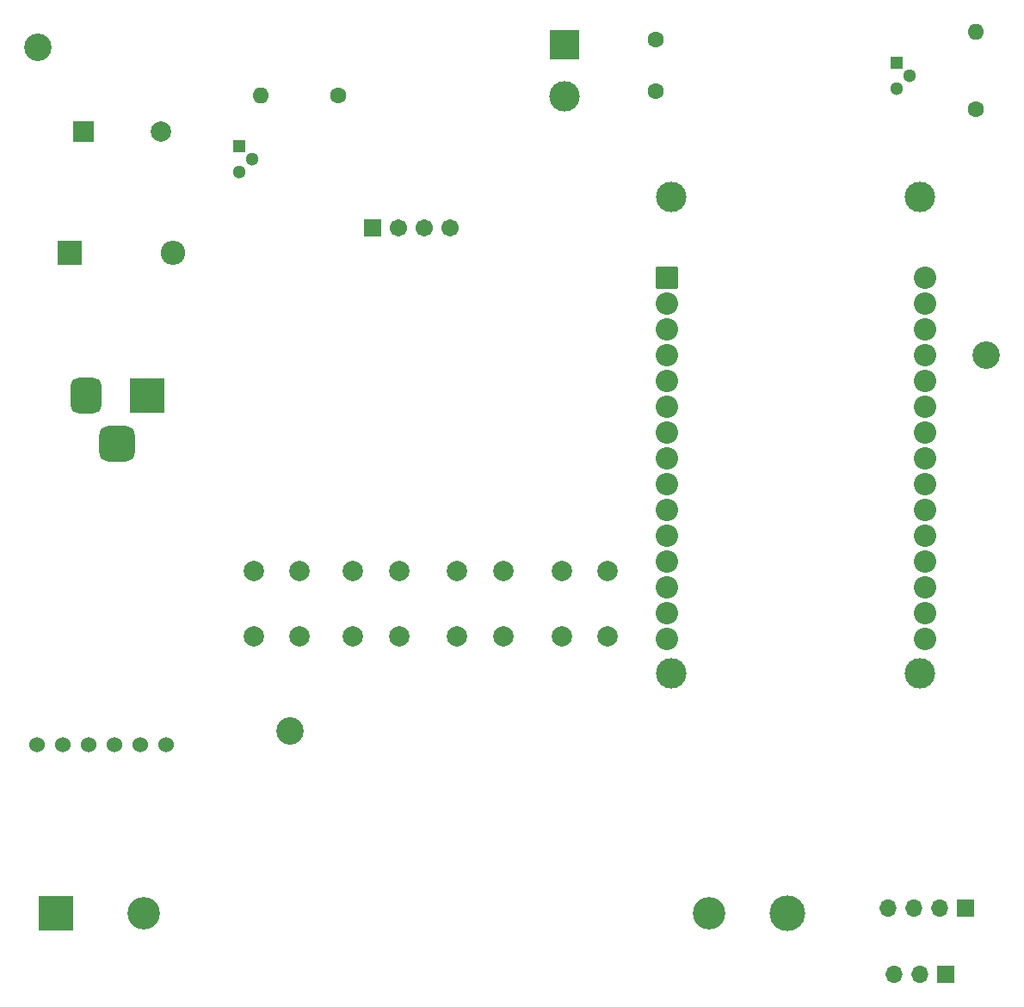
<source format=gbr>
%TF.GenerationSoftware,KiCad,Pcbnew,8.0.4*%
%TF.CreationDate,2024-09-09T12:33:27-05:00*%
%TF.ProjectId,Sistema de riego,53697374-656d-4612-9064-652072696567,rev?*%
%TF.SameCoordinates,Original*%
%TF.FileFunction,Soldermask,Top*%
%TF.FilePolarity,Negative*%
%FSLAX46Y46*%
G04 Gerber Fmt 4.6, Leading zero omitted, Abs format (unit mm)*
G04 Created by KiCad (PCBNEW 8.0.4) date 2024-09-09 12:33:27*
%MOMM*%
%LPD*%
G01*
G04 APERTURE LIST*
G04 Aperture macros list*
%AMRoundRect*
0 Rectangle with rounded corners*
0 $1 Rounding radius*
0 $2 $3 $4 $5 $6 $7 $8 $9 X,Y pos of 4 corners*
0 Add a 4 corners polygon primitive as box body*
4,1,4,$2,$3,$4,$5,$6,$7,$8,$9,$2,$3,0*
0 Add four circle primitives for the rounded corners*
1,1,$1+$1,$2,$3*
1,1,$1+$1,$4,$5*
1,1,$1+$1,$6,$7*
1,1,$1+$1,$8,$9*
0 Add four rect primitives between the rounded corners*
20,1,$1+$1,$2,$3,$4,$5,0*
20,1,$1+$1,$4,$5,$6,$7,0*
20,1,$1+$1,$6,$7,$8,$9,0*
20,1,$1+$1,$8,$9,$2,$3,0*%
G04 Aperture macros list end*
%ADD10R,2.000000X2.000000*%
%ADD11C,2.000000*%
%ADD12C,3.200000*%
%ADD13R,3.500000X3.500000*%
%ADD14C,3.500000*%
%ADD15R,1.300000X1.300000*%
%ADD16C,1.300000*%
%ADD17R,3.000000X3.000000*%
%ADD18C,3.000000*%
%ADD19R,1.700000X1.700000*%
%ADD20O,1.700000X1.700000*%
%ADD21RoundRect,0.750000X-0.750000X-1.000000X0.750000X-1.000000X0.750000X1.000000X-0.750000X1.000000X0*%
%ADD22RoundRect,0.875000X-0.875000X-0.875000X0.875000X-0.875000X0.875000X0.875000X-0.875000X0.875000X0*%
%ADD23C,1.600000*%
%ADD24O,1.600000X1.600000*%
%ADD25C,1.524000*%
%ADD26C,2.700000*%
%ADD27RoundRect,0.102000X-1.000000X-1.000000X1.000000X-1.000000X1.000000X1.000000X-1.000000X1.000000X0*%
%ADD28C,2.204000*%
%ADD29RoundRect,0.102000X-0.754000X-0.754000X0.754000X-0.754000X0.754000X0.754000X-0.754000X0.754000X0*%
%ADD30C,1.712000*%
%ADD31R,2.400000X2.400000*%
%ADD32O,2.400000X2.400000*%
G04 APERTURE END LIST*
D10*
%TO.C,BZ1*%
X38200000Y-99000000D03*
D11*
X45800000Y-99000000D03*
%TD*%
%TO.C,SW4*%
X59500000Y-142250000D03*
X59500000Y-148750000D03*
X55000000Y-142250000D03*
X55000000Y-148750000D03*
%TD*%
D12*
%TO.C,BT2*%
X44145000Y-176000000D03*
X99755000Y-176000000D03*
D13*
X35500000Y-176000000D03*
D14*
X107500000Y-176000000D03*
%TD*%
D15*
%TO.C,Q1*%
X53500000Y-100500000D03*
D16*
X54770000Y-101770000D03*
X53500000Y-103040000D03*
%TD*%
D17*
%TO.C,J4*%
X85500000Y-90460000D03*
D18*
X85500000Y-95540000D03*
%TD*%
D19*
%TO.C,J1*%
X125000000Y-175500000D03*
D20*
X122460000Y-175500000D03*
X119920000Y-175500000D03*
X117380000Y-175500000D03*
%TD*%
D13*
%TO.C,J2*%
X44500000Y-125042500D03*
D21*
X38500000Y-125042500D03*
D22*
X41500000Y-129742500D03*
%TD*%
D23*
%TO.C,R1*%
X126000000Y-96810000D03*
D24*
X126000000Y-89190000D03*
%TD*%
D25*
%TO.C,U4*%
X33650000Y-159430000D03*
X36190000Y-159430000D03*
X38730000Y-159430000D03*
X41270000Y-159430000D03*
X43810000Y-159430000D03*
X46350000Y-159430000D03*
%TD*%
D26*
%TO.C,REF\u002A\u002A*%
X127000000Y-121000000D03*
%TD*%
D15*
%TO.C,Q2*%
X118230000Y-92230000D03*
D16*
X119500000Y-93500000D03*
X118230000Y-94770000D03*
%TD*%
D18*
%TO.C,U2*%
X96020000Y-105420000D03*
X96020000Y-152370000D03*
X120530000Y-105420000D03*
X120530000Y-152370000D03*
D27*
X95600000Y-113380000D03*
D28*
X95600000Y-115920000D03*
X95600000Y-118460000D03*
X95600000Y-121000000D03*
X95600000Y-123540000D03*
X95600000Y-126080000D03*
X95600000Y-128620000D03*
X95600000Y-131160000D03*
X95600000Y-133700000D03*
X95600000Y-136240000D03*
X95600000Y-138780000D03*
X95600000Y-141320000D03*
X95600000Y-143860000D03*
X95600000Y-146400000D03*
X95600000Y-148940000D03*
X121000000Y-148940000D03*
X121000000Y-146400000D03*
X121000000Y-143860000D03*
X121000000Y-141320000D03*
X121000000Y-138780000D03*
X121000000Y-136240000D03*
X121000000Y-133700000D03*
X121000000Y-131160000D03*
X121000000Y-128620000D03*
X121000000Y-126080000D03*
X121000000Y-123540000D03*
X121000000Y-121000000D03*
X121000000Y-118460000D03*
X121000000Y-115920000D03*
X121000000Y-113380000D03*
%TD*%
D26*
%TO.C,2.7mm*%
X33750000Y-90750000D03*
%TD*%
D29*
%TO.C,U1*%
X66690000Y-108500000D03*
D30*
X69230000Y-108500000D03*
X71770000Y-108500000D03*
X74310000Y-108500000D03*
%TD*%
D19*
%TO.C,J3*%
X123040000Y-182000000D03*
D20*
X120500000Y-182000000D03*
X117960000Y-182000000D03*
%TD*%
D23*
%TO.C,C1*%
X94500000Y-95000000D03*
X94500000Y-90000000D03*
%TD*%
D11*
%TO.C,SW1*%
X89750000Y-142250000D03*
X89750000Y-148750000D03*
X85250000Y-142250000D03*
X85250000Y-148750000D03*
%TD*%
D31*
%TO.C,D1*%
X36840000Y-111000000D03*
D32*
X47000000Y-111000000D03*
%TD*%
D11*
%TO.C,SW3*%
X69250000Y-142250000D03*
X69250000Y-148750000D03*
X64750000Y-142250000D03*
X64750000Y-148750000D03*
%TD*%
D23*
%TO.C,R2*%
X63310000Y-95500000D03*
D24*
X55690000Y-95500000D03*
%TD*%
D11*
%TO.C,SW2*%
X79500000Y-142250000D03*
X79500000Y-148750000D03*
X75000000Y-142250000D03*
X75000000Y-148750000D03*
%TD*%
D26*
%TO.C,REF\u002A\u002A*%
X58500000Y-158000000D03*
%TD*%
M02*

</source>
